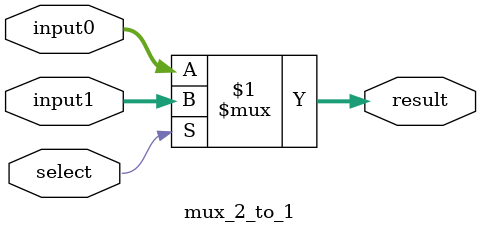
<source format=sv>
`timescale 1ns / 1ps



module mux_2_to_1(  input logic select, input logic [3:0] input1, input0,  output logic  [3:0]  result );
    
    assign  result  =  select  ?  input1  :  input0;
    
endmodule

</source>
